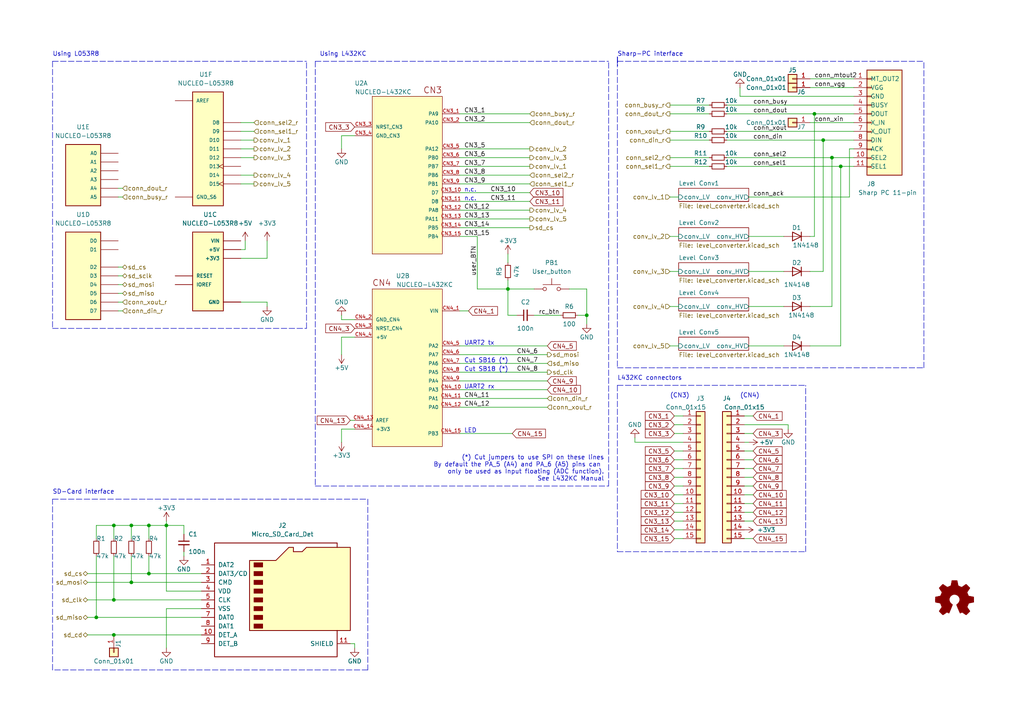
<source format=kicad_sch>
(kicad_sch (version 20211123) (generator eeschema)
  (paper "A4")
  (title_block (title "sharp_ce140f_emul") (date "2022-10-31") (rev "1") (comment 1 "https://github.com/ffxx68/Sharp_ce140f_emul") (comment 2 "Sharp CE-140F emulator with STM32 Nucleo"))
  (junction (at 241.3 45.72))
  (junction (at 238.76 40.64))
  (junction (at 147.32 83.82))
  (junction (at 48.26 152.4))
  (junction (at 33.02 184.15))
  (junction (at 38.1 168.91))
  (junction (at 243.84 48.26))
  (junction (at 43.18 166.37))
  (junction (at 38.1 152.4))
  (junction (at 236.22 33.02))
  (junction (at 27.94 179.07))
  (junction (at 33.02 152.4))
  (junction (at 170.18 91.44))
  (junction (at 33.02 173.99))
  (junction (at 43.18 152.4))
  (polyline (pts (xy 176.53 140.97) (xy 176.53 17.78)))
  (wire (pts (xy 236.22 33.02) (xy 247.65 33.02)))
  (wire (pts (xy 133.35 90.17) (xy 135.89 90.17)))
  (wire (pts (xy 133.35 115.57) (xy 158.75 115.57)))
  (wire (pts (xy 215.9 140.97) (xy 218.44 140.97)))
  (wire (pts (xy 195.58 125.73) (xy 198.12 125.73)))
  (wire (pts (xy 27.94 161.29) (xy 27.94 179.07)))
  (wire (pts (xy 34.29 54.61) (xy 35.56 54.61)))
  (wire (pts (xy 195.58 146.05) (xy 198.12 146.05)))
  (wire (pts (xy 195.58 133.35) (xy 198.12 133.35)))
  (wire (pts (xy 210.82 45.72) (xy 241.3 45.72)))
  (wire (pts (xy 215.9 138.43) (xy 218.44 138.43)))
  (polyline (pts (xy 91.44 17.78) (xy 91.44 140.97)))
  (wire (pts (xy 154.94 91.44) (xy 162.56 91.44)))
  (wire (pts (xy 48.26 151.13) (xy 48.26 152.4)))
  (wire (pts (xy 69.85 87.63) (xy 77.47 87.63)))
  (wire (pts (xy 77.47 87.63) (xy 77.47 88.9)))
  (wire (pts (xy 25.4 166.37) (xy 43.18 166.37)))
  (wire (pts (xy 210.82 33.02) (xy 236.22 33.02)))
  (wire (pts (xy 133.35 102.87) (xy 158.75 102.87)))
  (wire (pts (xy 234.95 88.9) (xy 241.3 88.9)))
  (wire (pts (xy 215.9 143.51) (xy 218.44 143.51)))
  (wire (pts (xy 43.18 161.29) (xy 43.18 166.37)))
  (wire (pts (xy 38.1 161.29) (xy 38.1 168.91)))
  (wire (pts (xy 133.35 60.96) (xy 153.67 60.96)))
  (polyline (pts (xy 179.07 17.78) (xy 179.07 106.68)))
  (wire (pts (xy 99.06 39.37) (xy 99.06 43.18)))
  (wire (pts (xy 195.58 148.59) (xy 198.12 148.59)))
  (wire (pts (xy 246.38 57.15) (xy 246.38 43.18)))
  (wire (pts (xy 243.84 48.26) (xy 247.65 48.26)))
  (wire (pts (xy 133.35 48.26) (xy 153.67 48.26)))
  (wire (pts (xy 153.67 45.72) (xy 133.35 45.72)))
  (wire (pts (xy 43.18 152.4) (xy 48.26 152.4)))
  (polyline (pts (xy 15.24 17.78) (xy 15.24 95.25)))
  (polyline (pts (xy 179.07 16.51) (xy 179.07 19.05)))
  (polyline (pts (xy 179.07 111.76) (xy 179.07 160.02)))
  (wire (pts (xy 194.31 40.64) (xy 205.74 40.64)))
  (wire (pts (xy 69.85 72.39) (xy 71.12 72.39)))
  (polyline (pts (xy 233.68 160.02) (xy 233.68 111.76)))
  (wire (pts (xy 25.4 168.91) (xy 38.1 168.91)))
  (wire (pts (xy 147.32 73.66) (xy 147.32 76.2)))
  (wire (pts (xy 69.85 38.1) (xy 73.66 38.1)))
  (wire (pts (xy 34.29 82.55) (xy 35.56 82.55)))
  (wire (pts (xy 53.34 152.4) (xy 53.34 154.94)))
  (polyline (pts (xy 91.44 17.78) (xy 176.53 17.78)))
  (wire (pts (xy 147.32 81.28) (xy 147.32 83.82)))
  (wire (pts (xy 34.29 87.63) (xy 35.56 87.63)))
  (wire (pts (xy 215.9 148.59) (xy 218.44 148.59)))
  (wire (pts (xy 195.58 135.89) (xy 198.12 135.89)))
  (polyline (pts (xy 179.07 160.02) (xy 233.68 160.02)))
  (wire (pts (xy 34.29 90.17) (xy 35.56 90.17)))
  (wire (pts (xy 217.17 57.15) (xy 246.38 57.15)))
  (polyline (pts (xy 106.68 144.78) (xy 106.68 194.31)))
  (wire (pts (xy 99.06 97.79) (xy 102.87 97.79)))
  (wire (pts (xy 34.29 57.15) (xy 35.56 57.15)))
  (wire (pts (xy 184.15 127) (xy 184.15 128.27)))
  (wire (pts (xy 101.6 121.92) (xy 102.87 121.92)))
  (wire (pts (xy 215.9 146.05) (xy 218.44 146.05)))
  (wire (pts (xy 43.18 152.4) (xy 43.18 156.21)))
  (wire (pts (xy 165.1 83.82) (xy 170.18 83.82)))
  (wire (pts (xy 215.9 128.27) (xy 217.17 128.27)))
  (wire (pts (xy 210.82 30.48) (xy 247.65 30.48)))
  (wire (pts (xy 133.35 33.02) (xy 153.67 33.02)))
  (wire (pts (xy 234.95 100.33) (xy 243.84 100.33)))
  (wire (pts (xy 234.95 22.86) (xy 247.65 22.86)))
  (wire (pts (xy 38.1 152.4) (xy 38.1 156.21)))
  (wire (pts (xy 195.58 140.97) (xy 198.12 140.97)))
  (wire (pts (xy 147.32 83.82) (xy 147.32 91.44)))
  (wire (pts (xy 214.63 25.4) (xy 214.63 27.94)))
  (wire (pts (xy 195.58 120.65) (xy 198.12 120.65)))
  (wire (pts (xy 69.85 53.34) (xy 73.66 53.34)))
  (wire (pts (xy 102.87 124.46) (xy 99.06 124.46)))
  (wire (pts (xy 33.02 152.4) (xy 33.02 156.21)))
  (wire (pts (xy 69.85 45.72) (xy 73.66 45.72)))
  (wire (pts (xy 69.85 35.56) (xy 73.66 35.56)))
  (wire (pts (xy 133.35 118.11) (xy 158.75 118.11)))
  (wire (pts (xy 133.35 55.88) (xy 153.67 55.88)))
  (wire (pts (xy 147.32 91.44) (xy 149.86 91.44)))
  (wire (pts (xy 194.31 38.1) (xy 205.74 38.1)))
  (wire (pts (xy 33.02 152.4) (xy 38.1 152.4)))
  (wire (pts (xy 215.9 120.65) (xy 218.44 120.65)))
  (wire (pts (xy 195.58 151.13) (xy 198.12 151.13)))
  (wire (pts (xy 99.06 102.87) (xy 99.06 97.79)))
  (wire (pts (xy 25.4 184.15) (xy 33.02 184.15)))
  (wire (pts (xy 184.15 128.27) (xy 198.12 128.27)))
  (wire (pts (xy 77.47 74.93) (xy 69.85 74.93)))
  (polyline (pts (xy 267.97 106.68) (xy 267.97 17.78)))
  (wire (pts (xy 147.32 83.82) (xy 154.94 83.82)))
  (polyline (pts (xy 91.44 140.97) (xy 176.53 140.97)))
  (polyline (pts (xy 179.07 111.76) (xy 233.68 111.76)))
  (polyline (pts (xy 179.07 16.51) (xy 179.07 19.05)))
  (wire (pts (xy 214.63 27.94) (xy 247.65 27.94)))
  (wire (pts (xy 25.4 179.07) (xy 27.94 179.07)))
  (wire (pts (xy 34.29 77.47) (xy 35.56 77.47)))
  (wire (pts (xy 241.3 45.72) (xy 247.65 45.72)))
  (wire (pts (xy 102.87 187.96) (xy 102.87 186.69)))
  (wire (pts (xy 38.1 152.4) (xy 43.18 152.4)))
  (wire (pts (xy 133.35 63.5) (xy 153.67 63.5)))
  (wire (pts (xy 69.85 43.18) (xy 73.66 43.18)))
  (wire (pts (xy 215.9 123.19) (xy 228.6 123.19)))
  (wire (pts (xy 217.17 68.58) (xy 227.33 68.58)))
  (wire (pts (xy 102.87 39.37) (xy 99.06 39.37)))
  (wire (pts (xy 133.35 110.49) (xy 158.75 110.49)))
  (wire (pts (xy 238.76 40.64) (xy 247.65 40.64)))
  (wire (pts (xy 241.3 45.72) (xy 241.3 88.9)))
  (wire (pts (xy 215.9 125.73) (xy 218.44 125.73)))
  (wire (pts (xy 194.31 100.33) (xy 196.85 100.33)))
  (polyline (pts (xy 15.24 194.31) (xy 15.24 144.78)))
  (wire (pts (xy 27.94 152.4) (xy 27.94 156.21)))
  (wire (pts (xy 234.95 25.4) (xy 247.65 25.4)))
  (wire (pts (xy 34.29 85.09) (xy 35.56 85.09)))
  (wire (pts (xy 246.38 43.18) (xy 247.65 43.18)))
  (wire (pts (xy 43.18 166.37) (xy 58.42 166.37)))
  (wire (pts (xy 194.31 88.9) (xy 196.85 88.9)))
  (wire (pts (xy 133.35 53.34) (xy 153.67 53.34)))
  (wire (pts (xy 99.06 92.71) (xy 99.06 91.44)))
  (wire (pts (xy 133.35 68.58) (xy 138.43 68.58)))
  (wire (pts (xy 236.22 33.02) (xy 236.22 68.58)))
  (wire (pts (xy 195.58 138.43) (xy 198.12 138.43)))
  (wire (pts (xy 210.82 40.64) (xy 238.76 40.64)))
  (wire (pts (xy 133.35 66.04) (xy 153.67 66.04)))
  (wire (pts (xy 69.85 40.64) (xy 73.66 40.64)))
  (wire (pts (xy 238.76 40.64) (xy 238.76 78.74)))
  (wire (pts (xy 48.26 176.53) (xy 48.26 187.96)))
  (wire (pts (xy 194.31 45.72) (xy 205.74 45.72)))
  (wire (pts (xy 215.9 156.21) (xy 218.44 156.21)))
  (wire (pts (xy 133.35 50.8) (xy 153.67 50.8)))
  (wire (pts (xy 25.4 173.99) (xy 33.02 173.99)))
  (wire (pts (xy 33.02 173.99) (xy 58.42 173.99)))
  (wire (pts (xy 167.64 91.44) (xy 170.18 91.44)))
  (wire (pts (xy 194.31 30.48) (xy 205.74 30.48)))
  (wire (pts (xy 138.43 68.58) (xy 138.43 83.82)))
  (wire (pts (xy 34.29 80.01) (xy 35.56 80.01)))
  (wire (pts (xy 133.35 100.33) (xy 158.75 100.33)))
  (polyline (pts (xy 15.24 17.78) (xy 88.9 17.78)))
  (wire (pts (xy 48.26 176.53) (xy 58.42 176.53)))
  (polyline (pts (xy 88.9 95.25) (xy 88.9 17.78)))
  (wire (pts (xy 38.1 168.91) (xy 58.42 168.91)))
  (wire (pts (xy 195.58 123.19) (xy 198.12 123.19)))
  (wire (pts (xy 243.84 100.33) (xy 243.84 48.26)))
  (wire (pts (xy 234.95 78.74) (xy 238.76 78.74)))
  (wire (pts (xy 210.82 48.26) (xy 243.84 48.26)))
  (wire (pts (xy 77.47 69.85) (xy 77.47 74.93)))
  (wire (pts (xy 194.31 48.26) (xy 205.74 48.26)))
  (wire (pts (xy 195.58 130.81) (xy 198.12 130.81)))
  (wire (pts (xy 215.9 133.35) (xy 218.44 133.35)))
  (wire (pts (xy 228.6 123.19) (xy 228.6 124.46)))
  (wire (pts (xy 210.82 38.1) (xy 247.65 38.1)))
  (wire (pts (xy 27.94 179.07) (xy 58.42 179.07)))
  (wire (pts (xy 194.31 33.02) (xy 205.74 33.02)))
  (wire (pts (xy 133.35 58.42) (xy 153.67 58.42)))
  (polyline (pts (xy 179.07 16.51) (xy 179.07 19.05)))
  (wire (pts (xy 27.94 152.4) (xy 33.02 152.4)))
  (wire (pts (xy 102.87 92.71) (xy 99.06 92.71)))
  (polyline (pts (xy 106.68 194.31) (xy 15.24 194.31)))
  (polyline (pts (xy 15.24 95.25) (xy 88.9 95.25)))
  (wire (pts (xy 170.18 91.44) (xy 170.18 93.98)))
  (wire (pts (xy 195.58 143.51) (xy 198.12 143.51)))
  (wire (pts (xy 99.06 124.46) (xy 99.06 128.27)))
  (wire (pts (xy 194.31 68.58) (xy 196.85 68.58)))
  (polyline (pts (xy 179.07 106.68) (xy 267.97 106.68)))
  (wire (pts (xy 133.35 113.03) (xy 158.75 113.03)))
  (wire (pts (xy 217.17 100.33) (xy 227.33 100.33)))
  (wire (pts (xy 48.26 171.45) (xy 58.42 171.45)))
  (wire (pts (xy 48.26 152.4) (xy 48.26 171.45)))
  (wire (pts (xy 33.02 161.29) (xy 33.02 173.99)))
  (wire (pts (xy 133.35 107.95) (xy 158.75 107.95)))
  (polyline (pts (xy 15.24 144.78) (xy 106.68 144.78)))
  (wire (pts (xy 217.17 88.9) (xy 227.33 88.9)))
  (wire (pts (xy 69.85 50.8) (xy 73.66 50.8)))
  (wire (pts (xy 195.58 153.67) (xy 198.12 153.67)))
  (wire (pts (xy 133.35 125.73) (xy 148.59 125.73)))
  (wire (pts (xy 138.43 83.82) (xy 147.32 83.82)))
  (wire (pts (xy 102.87 186.69) (xy 101.6 186.69)))
  (wire (pts (xy 215.9 130.81) (xy 218.44 130.81)))
  (wire (pts (xy 48.26 152.4) (xy 53.34 152.4)))
  (wire (pts (xy 194.31 57.15) (xy 196.85 57.15)))
  (wire (pts (xy 217.17 78.74) (xy 227.33 78.74)))
  (polyline (pts (xy 179.07 17.78) (xy 267.97 17.78)))
  (wire (pts (xy 53.34 160.02) (xy 53.34 161.29)))
  (wire (pts (xy 194.31 78.74) (xy 196.85 78.74)))
  (wire (pts (xy 133.35 105.41) (xy 158.75 105.41)))
  (wire (pts (xy 170.18 83.82) (xy 170.18 91.44)))
  (wire (pts (xy 234.95 68.58) (xy 236.22 68.58)))
  (wire (pts (xy 215.9 135.89) (xy 218.44 135.89)))
  (wire (pts (xy 33.02 184.15) (xy 58.42 184.15)))
  (wire (pts (xy 133.35 43.18) (xy 153.67 43.18)))
  (wire (pts (xy 215.9 151.13) (xy 218.44 151.13)))
  (wire (pts (xy 195.58 156.21) (xy 198.12 156.21)))
  (wire (pts (xy 71.12 69.85) (xy 71.12 72.39)))
  (wire (pts (xy 234.95 35.56) (xy 247.65 35.56)))
  (wire (pts (xy 133.35 35.56) (xy 153.67 35.56)))
  (text "L432KC connectors" (at 179.07 110.49 0) (effects (font (size 1.27 1.27)) (justify left bottom)))
  (text "UART2 rx" (at 134.62 113.03 0) (effects (font (size 1.27 1.27)) (justify left bottom)))
  (text "n.c." (at 134.62 55.88 0) (effects (font (size 1.27 1.27)) (justify left bottom)))
  (text "Sharp-PC interface" (at 179.07 16.51 0) (effects (font (size 1.27 1.27)) (justify left bottom)))
  (text "Using L053R8" (at 15.24 16.51 0) (effects (font (size 1.27 1.27)) (justify left bottom)))
  (text "Cut SB16 (*)" (at 134.62 105.41 0) (effects (font (size 1.27 1.27)) (justify left bottom)))
  (text "(CN4)" (at 214.63 115.57 0) (effects (font (size 1.27 1.27)) (justify left bottom)))
  (text "Using L432KC" (at 92.71 16.51 0) (effects (font (size 1.27 1.27)) (justify left bottom)))
  (text "LED" (at 134.62 125.73 0) (effects (font (size 1.27 1.27)) (justify left bottom)))
  (text "(CN3)" (at 194.31 115.57 0) (effects (font (size 1.27 1.27)) (justify left bottom)))
  (text "UART2 tx" (at 134.62 100.33 0) (effects (font (size 1.27 1.27)) (justify left bottom)))
  (text "(*) Cut jumpers to use SPI on these lines\n    By default the PA_5 (A4) and PA_6 (A5) pins can \n    only be used as Input floating (ADC function).\n    See L432KC Manual" (at 175.26 139.7 0) (effects (font (size 1.27 1.27)) (justify right bottom)))
  (text "SD-Card interface" (at 15.24 143.51 0) (effects (font (size 1.27 1.27)) (justify left bottom)))
  (text "n.c." (at 134.62 58.42 0) (effects (font (size 1.27 1.27)) (justify left bottom)))
  (text "Cut SB18 (*)" (at 134.62 107.95 0) (effects (font (size 1.27 1.27)) (justify left bottom)))
  (label "CN4_7" (at 149.86 105.41 0))
  (label "conn_sel1" (at 218.44 48.26 0))
  (label "CN3_9" (at 134.62 53.34 0))
  (label "CN3_1" (at 134.62 33.02 0))
  (label "CN4_6" (at 149.86 102.87 0))
  (label "CN3_6" (at 134.62 45.72 0))
  (label "CN3_14" (at 134.62 66.04 0))
  (label "CN3_11" (at 142.24 58.42 0))
  (label "CN3_13" (at 134.62 63.5 0))
  (label "conn_dout" (at 218.44 33.02 0))
  (label "conn_ack" (at 218.44 57.15 0))
  (label "conn_busy" (at 218.44 30.48 0))
  (label "CN3_12" (at 134.62 60.96 0))
  (label "CN4_11" (at 134.62 115.57 0))
  (label "CN3_7" (at 134.62 48.26 0))
  (label "CN3_5" (at 134.62 43.18 0))
  (label "rc_btn" (at 156.21 91.44 0))
  (label "conn_xout" (at 218.44 38.1 0))
  (label "CN3_2" (at 134.62 35.56 0))
  (label "CN4_12" (at 134.62 118.11 0))
  (label "conn_xin" (at 236.22 35.56 0))
  (label "conn_mtout2" (at 236.22 22.86 0))
  (label "CN3_10" (at 142.24 55.88 0))
  (label "CN3_15" (at 134.62 68.58 0))
  (label "conn_vgg" (at 236.22 25.4 0))
  (label "user_BTN" (at 138.43 80.01 90))
  (label "conn_sel2" (at 218.44 45.72 0))
  (label "conn_din" (at 218.44 40.64 0))
  (label "CN3_8" (at 134.62 50.8 0))
  (label "CN4_8" (at 149.86 107.95 0))
  (global_label "CN3_6" (shape input) (at 195.58 133.35 180) (property "Intersheet References" "${INTERSHEET_REFS}" (effects hide)))
  (global_label "CN3_11" (shape input) (at 153.67 58.42 0) (property "Intersheet References" "${INTERSHEET_REFS}" (effects hide)))
  (global_label "CN4_3" (shape input) (at 102.87 95.25 180) (property "Intersheet References" "${INTERSHEET_REFS}" (effects hide)))
  (global_label "CN4_7" (shape input) (at 218.44 135.89 0) (property "Intersheet References" "${INTERSHEET_REFS}" (effects hide)))
  (global_label "CN4_3" (shape input) (at 218.44 125.73 0) (property "Intersheet References" "${INTERSHEET_REFS}" (effects hide)))
  (global_label "CN3_3" (shape input) (at 195.58 125.73 180) (property "Intersheet References" "${INTERSHEET_REFS}" (effects hide)))
  (global_label "CN4_1" (shape input) (at 135.89 90.17 0) (property "Intersheet References" "${INTERSHEET_REFS}" (effects hide)))
  (global_label "CN3_8" (shape input) (at 195.58 138.43 180) (property "Intersheet References" "${INTERSHEET_REFS}" (effects hide)))
  (global_label "CN4_6" (shape input) (at 218.44 133.35 0) (property "Intersheet References" "${INTERSHEET_REFS}" (effects hide)))
  (global_label "CN4_1" (shape input) (at 218.44 120.65 0) (property "Intersheet References" "${INTERSHEET_REFS}" (effects hide)))
  (global_label "CN4_5" (shape input) (at 158.75 100.33 0) (property "Intersheet References" "${INTERSHEET_REFS}" (effects hide)))
  (global_label "CN3_10" (shape input) (at 195.58 143.51 180) (property "Intersheet References" "${INTERSHEET_REFS}" (effects hide)))
  (global_label "CN4_10" (shape input) (at 158.75 113.03 0) (property "Intersheet References" "${INTERSHEET_REFS}" (effects hide)))
  (global_label "CN3_15" (shape input) (at 195.58 156.21 180) (property "Intersheet References" "${INTERSHEET_REFS}" (effects hide)))
  (global_label "CN3_12" (shape input) (at 195.58 148.59 180) (property "Intersheet References" "${INTERSHEET_REFS}" (effects hide)))
  (global_label "CN3_11" (shape input) (at 195.58 146.05 180) (property "Intersheet References" "${INTERSHEET_REFS}" (effects hide)))
  (global_label "CN4_15" (shape input) (at 148.59 125.73 0) (property "Intersheet References" "${INTERSHEET_REFS}" (effects hide)))
  (global_label "CN4_11" (shape input) (at 218.44 146.05 0) (property "Intersheet References" "${INTERSHEET_REFS}" (effects hide)))
  (global_label "CN4_13" (shape input) (at 101.6 121.92 180) (property "Intersheet References" "${INTERSHEET_REFS}" (effects hide)))
  (global_label "CN4_5" (shape input) (at 218.44 130.81 0) (property "Intersheet References" "${INTERSHEET_REFS}" (effects hide)))
  (global_label "CN3_7" (shape input) (at 195.58 135.89 180) (property "Intersheet References" "${INTERSHEET_REFS}" (effects hide)))
  (global_label "CN3_14" (shape input) (at 195.58 153.67 180) (property "Intersheet References" "${INTERSHEET_REFS}" (effects hide)))
  (global_label "CN4_10" (shape input) (at 218.44 143.51 0) (property "Intersheet References" "${INTERSHEET_REFS}" (effects hide)))
  (global_label "CN3_10" (shape input) (at 153.67 55.88 0) (property "Intersheet References" "${INTERSHEET_REFS}" (effects hide)))
  (global_label "CN4_8" (shape input) (at 218.44 138.43 0) (property "Intersheet References" "${INTERSHEET_REFS}" (effects hide)))
  (global_label "CN3_9" (shape input) (at 195.58 140.97 180) (property "Intersheet References" "${INTERSHEET_REFS}" (effects hide)))
  (global_label "CN3_2" (shape input) (at 195.58 123.19 180) (property "Intersheet References" "${INTERSHEET_REFS}" (effects hide)))
  (global_label "CN3_5" (shape input) (at 195.58 130.81 180) (property "Intersheet References" "${INTERSHEET_REFS}" (effects hide)))
  (global_label "CN3_3" (shape input) (at 102.87 36.83 180) (property "Intersheet References" "${INTERSHEET_REFS}" (effects hide)))
  (global_label "CN4_9" (shape input) (at 218.44 140.97 0) (property "Intersheet References" "${INTERSHEET_REFS}" (effects hide)))
  (global_label "CN3_1" (shape input) (at 195.58 120.65 180) (property "Intersheet References" "${INTERSHEET_REFS}" (effects hide)))
  (global_label "CN4_15" (shape input) (at 218.44 156.21 0) (property "Intersheet References" "${INTERSHEET_REFS}" (effects hide)))
  (global_label "CN4_9" (shape input) (at 158.75 110.49 0) (property "Intersheet References" "${INTERSHEET_REFS}" (effects hide)))
  (global_label "CN4_13" (shape input) (at 218.44 151.13 0) (property "Intersheet References" "${INTERSHEET_REFS}" (effects hide)))
  (global_label "CN3_13" (shape input) (at 195.58 151.13 180) (property "Intersheet References" "${INTERSHEET_REFS}" (effects hide)))
  (global_label "CN4_12" (shape input) (at 218.44 148.59 0) (property "Intersheet References" "${INTERSHEET_REFS}" (effects hide)))
  (hierarchical_label "conv_lv_1" (shape input) (at 194.31 57.15 180))
  (hierarchical_label "sd_clk" (shape bidirectional) (at 25.4 173.99 180))
  (hierarchical_label "conn_xout_r" (shape input) (at 158.75 118.11 0))
  (hierarchical_label "sd_miso" (shape bidirectional) (at 35.56 85.09 0))
  (hierarchical_label "conn_dout_r" (shape output) (at 194.31 33.02 180))
  (hierarchical_label "conn_sel1_r" (shape input) (at 153.67 53.34 0))
  (hierarchical_label "conn_din_r" (shape output) (at 194.31 40.64 180))
  (hierarchical_label "sd_clk" (shape output) (at 158.75 107.95 0))
  (hierarchical_label "conn_sel1_r" (shape output) (at 194.31 48.26 180))
  (hierarchical_label "conv_lv_2" (shape output) (at 153.67 43.18 0))
  (hierarchical_label "conn_busy_r" (shape input) (at 35.56 57.15 0))
  (hierarchical_label "sd_sclk" (shape bidirectional) (at 35.56 80.01 0))
  (hierarchical_label "sd_mosi" (shape output) (at 158.75 102.87 0))
  (hierarchical_label "conv_lv_3" (shape output) (at 153.67 45.72 0))
  (hierarchical_label "sd_mosi" (shape bidirectional) (at 25.4 168.91 180))
  (hierarchical_label "sd_cs" (shape bidirectional) (at 35.56 77.47 0))
  (hierarchical_label "conv_lv_1" (shape output) (at 73.66 40.64 0))
  (hierarchical_label "conn_dout_r" (shape input) (at 35.56 54.61 0))
  (hierarchical_label "conn_sel1_r" (shape input) (at 73.66 38.1 0))
  (hierarchical_label "conn_xout_r" (shape input) (at 35.56 87.63 0))
  (hierarchical_label "conv_lv_5" (shape output) (at 73.66 53.34 0))
  (hierarchical_label "sd_cd" (shape bidirectional) (at 25.4 184.15 180))
  (hierarchical_label "conn_din_r" (shape input) (at 158.75 115.57 0))
  (hierarchical_label "conn_dout_r" (shape input) (at 153.67 35.56 0))
  (hierarchical_label "sd_miso" (shape input) (at 158.75 105.41 0))
  (hierarchical_label "conv_lv_2" (shape output) (at 73.66 43.18 0))
  (hierarchical_label "conv_lv_4" (shape input) (at 194.31 88.9 180))
  (hierarchical_label "conv_lv_3" (shape output) (at 73.66 45.72 0))
  (hierarchical_label "conv_lv_2" (shape input) (at 194.31 68.58 180))
  (hierarchical_label "conv_lv_1" (shape output) (at 153.67 48.26 0))
  (hierarchical_label "conn_busy_r" (shape output) (at 194.31 30.48 180))
  (hierarchical_label "conn_sel2_r" (shape input) (at 153.67 50.8 0))
  (hierarchical_label "conv_lv_4" (shape output) (at 73.66 50.8 0))
  (hierarchical_label "conn_sel2_r" (shape input) (at 73.66 35.56 0))
  (hierarchical_label "conv_lv_4" (shape output) (at 153.67 60.96 0))
  (hierarchical_label "conv_lv_5" (shape input) (at 194.31 100.33 180))
  (hierarchical_label "conv_lv_5" (shape output) (at 153.67 63.5 0))
  (hierarchical_label "sd_mosi" (shape bidirectional) (at 35.56 82.55 0))
  (hierarchical_label "sd_cs" (shape output) (at 153.67 66.04 0))
  (hierarchical_label "conn_sel2_r" (shape output) (at 194.31 45.72 180))
  (hierarchical_label "conn_din_r" (shape input) (at 35.56 90.17 0))
  (hierarchical_label "conv_lv_3" (shape input) (at 194.31 78.74 180))
  (hierarchical_label "conn_xout_r" (shape output) (at 194.31 38.1 180))
  (hierarchical_label "sd_miso" (shape bidirectional) (at 25.4 179.07 180))
  (hierarchical_label "sd_cs" (shape bidirectional) (at 25.4 166.37 180))
  (hierarchical_label "conn_busy_r" (shape input) (at 153.67 33.02 0))
  (symbol (lib_id "Connector_Generic:Conn_01x15") (at 210.82 138.43 0) (mirror y) (unit 1)
    (property "Reference" "J4" (at 210.82 115.57 0))
    (property "Value" "Conn_01x15" (at 215.9 118.11 0))
    (property "Footprint" "Connector_PinHeader_2.54mm:PinHeader_1x15_P2.54mm_Vertical" (effects hide))
  )
  (symbol (lib_id "Device:D") (at 231.14 78.74 180) (unit 1)
    (property "Reference" "D2" (at 232.41 76.2 0) (effects (justify left)))
    (property "Value" "1N4148" (at 234.95 82.55 0) (effects (justify left)))
    (property "Footprint" "Diode_SMD:D_SOD-323_HandSoldering" (effects hide))
  )
  (symbol (lib_id "Device:R_Small") (at 165.1 91.44 270) (unit 1)
    (property "Reference" "R6" (at 165.1 88.9 90))
    (property "Value" "100" (at 165.1 93.98 90))
    (property "Footprint" "Resistor_SMD:R_0603_1608Metric_Pad0.98x0.95mm_HandSolder" (effects hide))
  )
  (symbol (lib_id "Device:R_Small") (at 43.18 158.75 0) (unit 1)
    (property "Reference" "R4" (at 43.18 156.21 0) (effects (justify left)))
    (property "Value" "47k" (at 43.18 161.29 0) (effects (justify left)))
    (property "Footprint" "Resistor_SMD:R_0603_1608Metric_Pad0.98x0.95mm_HandSolder" (effects hide))
  )
  (symbol (lib_id "Device:R_Small") (at 33.02 158.75 0) (unit 1)
    (property "Reference" "R2" (at 33.02 156.21 0) (effects (justify left)))
    (property "Value" "47k" (at 33.02 161.29 0) (effects (justify left)))
    (property "Footprint" "Resistor_SMD:R_0603_1608Metric_Pad0.98x0.95mm_HandSolder" (effects hide))
  )
  (symbol (lib_id "Connector_Generic:Conn_01x01") (at 33.02 189.23 90) (mirror x) (unit 1)
    (property "Reference" "J1" (at 34.29 186.69 0))
    (property "Value" "Conn_01x01" (at 33.02 191.77 90))
    (property "Footprint" "Connector_Pin:Pin_D0.7mm_L6.5mm_W1.8mm_FlatFork" (effects hide))
  )
  (symbol (lib_id "power:+3.3V") (at 147.32 73.66 0) (mirror y) (unit 1)
    (property "Reference" "#PWR012" (effects hide))
    (property "Value" "+3.3V" (at 147.32 69.85 0))
  )
  (symbol (lib_id "power:GND") (at 214.63 25.4 0) (mirror x) (unit 1)
    (property "Reference" "#PWR015" (effects hide))
    (property "Value" "GND" (at 214.63 21.59 0))
  )
  (symbol (lib_name "NUCLEO-F401RE_2") (lib_id "sharp-ce140f-emul:NUCLEO-F401RE") (at 66.04 41.91 0) (mirror y) (unit 6)
    (property "Reference" "U1" (at 59.69 21.59 0))
    (property "Value" "NUCLEO-L053R8" (at 59.69 24.13 0))
    (property "Footprint" "NUCLEO-F401RE:ST_NUCLEO-F401RE" (effects hide))
    (property "MAXIMUM_PACKAGE_HEIGHT" "N/A" (effects hide))
    (property "MANUFACTURER" "STMicroelectronics" (effects hide))
    (property "STANDARD" "Manufacturer Recommendations" (effects hide))
    (property "PARTREV" "13" (effects hide))
  )
  (symbol (lib_id "Connector_Generic:Conn_01x01") (at 229.87 22.86 0) (mirror y) (unit 1)
    (property "Reference" "J5" (at 229.87 20.32 0))
    (property "Value" "Conn_01x01" (at 222.25 22.86 0))
    (property "Footprint" "Connector_Pin:Pin_D0.7mm_L6.5mm_W1.8mm_FlatFork" (effects hide))
  )
  (symbol (lib_id "Device:R_Small") (at 147.32 78.74 180) (unit 1)
    (property "Reference" "R5" (at 144.78 78.74 90))
    (property "Value" "47k" (at 149.86 78.74 90))
    (property "Footprint" "Resistor_SMD:R_0603_1608Metric_Pad0.98x0.95mm_HandSolder" (effects hide))
  )
  (symbol (lib_id "Connector_Generic:Conn_01x01") (at 229.87 35.56 0) (mirror y) (unit 1)
    (property "Reference" "J7" (at 232.41 36.83 0))
    (property "Value" "Conn_01x01" (at 222.25 35.56 0))
    (property "Footprint" "Connector_Pin:Pin_D0.7mm_L6.5mm_W1.8mm_FlatFork" (effects hide))
  )
  (symbol (lib_id "power:GND") (at 184.15 127 180) (unit 1)
    (property "Reference" "#PWR014" (effects hide))
    (property "Value" "GND" (at 184.15 123.19 0))
  )
  (symbol (lib_id "Device:R_Small") (at 208.28 48.26 270) (unit 1)
    (property "Reference" "R12" (at 203.2 46.99 90))
    (property "Value" "10k" (at 212.09 46.99 90))
    (property "Footprint" "Resistor_SMD:R_0603_1608Metric_Pad0.98x0.95mm_HandSolder" (effects hide))
  )
  (symbol (lib_id "Device:C_Small") (at 53.34 157.48 0) (unit 1)
    (property "Reference" "C1" (at 54.61 154.94 0) (effects (justify left)))
    (property "Value" "100n" (at 54.61 160.02 0) (effects (justify left)))
    (property "Footprint" "Capacitor_SMD:C_0603_1608Metric_Pad1.08x0.95mm_HandSolder" (effects hide))
  )
  (symbol (lib_id "power:GND") (at 170.18 93.98 0) (mirror y) (unit 1)
    (property "Reference" "#PWR013" (effects hide))
    (property "Value" "GND" (at 170.18 97.79 0))
  )
  (symbol (lib_id "Device:D") (at 231.14 100.33 180) (unit 1)
    (property "Reference" "D4" (at 232.41 97.79 0) (effects (justify left)))
    (property "Value" "1N4148" (at 234.95 102.87 0) (effects (justify left)))
    (property "Footprint" "Diode_SMD:D_SOD-323_HandSoldering" (effects hide))
  )
  (symbol (lib_id "power:GND") (at 53.34 161.29 0) (unit 1)
    (property "Reference" "#PWR03" (effects hide))
    (property "Value" "GND" (at 53.34 165.1 0))
  )
  (symbol (lib_id "Connector_Generic:Conn_01x01") (at 229.87 25.4 0) (mirror y) (unit 1)
    (property "Reference" "J6" (at 232.41 26.67 0))
    (property "Value" "Conn_01x01" (at 222.25 25.4 0))
    (property "Footprint" "Connector_Pin:Pin_D0.7mm_L6.5mm_W1.8mm_FlatFork" (effects hide))
  )
  (symbol (lib_id "power:GND") (at 102.87 187.96 0) (unit 1)
    (property "Reference" "#PWR011" (effects hide))
    (property "Value" "GND" (at 102.87 191.77 0))
  )
  (symbol (lib_name "Conn_01x06_1") (lib_id "Connector_Generic:Conn_01x06") (at 252.73 27.94 0) (unit 1)
    (property "Reference" "J8" (at 251.46 53.34 0) (effects (justify left)))
    (property "Value" "Sharp PC 11-pin" (at 248.92 55.88 0) (effects (justify left)))
    (property "Footprint" "Connector_PinHeader_2.54mm:PinHeader_1x11_P2.54mm_Horizontal" (effects hide))
  )
  (symbol (lib_id "Device:R_Small") (at 27.94 158.75 0) (unit 1)
    (property "Reference" "R1" (at 27.94 156.21 0) (effects (justify left)))
    (property "Value" "47k" (at 27.94 161.29 0) (effects (justify left)))
    (property "Footprint" "Resistor_SMD:R_0603_1608Metric_Pad0.98x0.95mm_HandSolder" (effects hide))
  )
  (symbol (lib_name "NUCLEO-F401RE_1") (lib_id "sharp-ce140f-emul:NUCLEO-F401RE") (at 54.61 77.47 0) (unit 3)
    (property "Reference" "U1" (at 60.96 62.23 0))
    (property "Value" "NUCLEO-L053R8" (at 60.96 64.77 0))
    (property "Footprint" "NUCLEO-F401RE:ST_NUCLEO-F401RE" (effects hide))
    (property "MAXIMUM_PACKAGE_HEIGHT" "N/A" (effects hide))
    (property "MANUFACTURER" "STMicroelectronics" (effects hide))
    (property "STANDARD" "Manufacturer Recommendations" (effects hide))
    (property "PARTREV" "13" (effects hide))
  )
  (symbol (lib_id "Device:R_Small") (at 208.28 30.48 270) (unit 1)
    (property "Reference" "R7" (at 203.2 29.21 90))
    (property "Value" "10k" (at 212.09 29.21 90))
    (property "Footprint" "Resistor_SMD:R_0603_1608Metric_Pad0.98x0.95mm_HandSolder" (effects hide))
  )
  (symbol (lib_id "power:GND") (at 99.06 91.44 180) (unit 1)
    (property "Reference" "#PWR08" (effects hide))
    (property "Value" "GND" (at 99.06 87.63 0))
  )
  (symbol (lib_id "Device:R_Small") (at 38.1 158.75 0) (unit 1)
    (property "Reference" "R3" (at 38.1 156.21 0) (effects (justify left)))
    (property "Value" "47k" (at 38.1 161.29 0) (effects (justify left)))
    (property "Footprint" "Resistor_SMD:R_0603_1608Metric_Pad0.98x0.95mm_HandSolder" (effects hide))
  )
  (symbol (lib_id "power:+3.3V") (at 48.26 151.13 0) (unit 1)
    (property "Reference" "#PWR02" (effects hide))
    (property "Value" "+3.3V" (at 48.26 147.32 0))
  )
  (symbol (lib_id "power:GND") (at 228.6 124.46 0) (mirror y) (unit 1)
    (property "Reference" "#PWR018" (effects hide))
    (property "Value" "GND" (at 228.6 128.27 0))
  )
  (symbol (lib_id "Device:C_Small") (at 152.4 91.44 90) (unit 1)
    (property "Reference" "C2" (at 152.4 87.63 90))
    (property "Value" "100n" (at 152.4 95.25 90))
    (property "Footprint" "Capacitor_SMD:C_0603_1608Metric_Pad1.08x0.95mm_HandSolder" (effects hide))
  )
  (symbol (lib_id "power:GND") (at 48.26 187.96 0) (unit 1)
    (property "Reference" "#PWR01" (effects hide))
    (property "Value" "GND" (at 48.26 191.77 0))
  )
  (symbol (lib_id "power:+3.3V") (at 99.06 128.27 0) (mirror x) (unit 1)
    (property "Reference" "#PWR010" (effects hide))
    (property "Value" "+3.3V" (at 99.06 132.08 0))
  )
  (symbol (lib_id "power:GND") (at 99.06 43.18 0) (mirror y) (unit 1)
    (property "Reference" "#PWR07" (effects hide))
    (property "Value" "GND" (at 99.06 46.99 0))
  )
  (symbol (lib_id "sharp-ce140f-emul:NUCLEO-F401RE") (at 24.13 80.01 0) (mirror y) (unit 4)
    (property "Reference" "U1" (at 24.13 62.23 0))
    (property "Value" "NUCLEO-L053R8" (at 24.13 64.77 0))
    (property "Footprint" "NUCLEO-F401RE:ST_NUCLEO-F401RE" (effects hide))
    (property "MAXIMUM_PACKAGE_HEIGHT" "N/A" (effects hide))
    (property "MANUFACTURER" "STMicroelectronics" (effects hide))
    (property "STANDARD" "Manufacturer Recommendations" (effects hide))
    (property "PARTREV" "13" (effects hide))
  )
  (symbol (lib_id "power:+3.3V") (at 77.47 69.85 0) (unit 1)
    (property "Reference" "#PWR05" (effects hide))
    (property "Value" "+3.3V" (at 77.47 64.77 0))
  )
  (symbol (lib_id "power:+3.3V") (at 215.9 153.67 270) (unit 1)
    (property "Reference" "#PWR016" (effects hide))
    (property "Value" "+3.3V" (at 222.25 153.67 90))
  )
  (symbol (lib_id "Graphic:Logo_Open_Hardware_Small") (at 276.86 173.99 0) (unit 1)
    (property "Reference" "#LOGO1" (effects hide))
    (property "Value" "Logo_Open_Hardware_Small" (effects hide))
    (property "Footprint" "MyLibrary:OSHW-Logo_5.7x6mm_SilkScreen" (effects hide))
  )
  (symbol (lib_id "Device:R_Small") (at 208.28 40.64 270) (unit 1)
    (property "Reference" "R10" (at 203.2 39.37 90))
    (property "Value" "10k" (at 212.09 39.37 90))
    (property "Footprint" "Resistor_SMD:R_0603_1608Metric_Pad0.98x0.95mm_HandSolder" (effects hide))
  )
  (symbol (lib_id "Device:R_Small") (at 208.28 45.72 270) (unit 1)
    (property "Reference" "R11" (at 203.2 44.45 90))
    (property "Value" "10k" (at 212.09 44.45 90))
    (property "Footprint" "Resistor_SMD:R_0603_1608Metric_Pad0.98x0.95mm_HandSolder" (effects hide))
  )
  (symbol (lib_id "Device:D") (at 231.14 88.9 180) (unit 1)
    (property "Reference" "D3" (at 232.41 86.36 0) (effects (justify left)))
    (property "Value" "1N4148" (at 236.22 91.44 0) (effects (justify left)))
    (property "Footprint" "Diode_SMD:D_SOD-323_HandSoldering" (effects hide))
  )
  (symbol (lib_id "sharp-ce140f-emul:NUCLEO-L432KC") (at 118.11 45.72 0) (mirror y) (unit 1)
    (property "Reference" "U2" (at 106.68 24.13 0) (effects (justify left)))
    (property "Value" "NUCLEO-L432KC" (at 119.38 26.67 0) (effects (justify left)))
    (property "Footprint" "MODULE_NUCLEO-L432KC" (effects hide))
    (property "STANDARD" "Manufacturer Recommendations" (effects hide))
    (property "PARTREV" "N/A" (effects hide))
    (property "MANUFACTURER" "ST Microelectronics" (effects hide))
    (property "MAXIMUM_PACKAGE_HEIGHT" "N/A" (effects hide))
  )
  (symbol (lib_id "Switch:SW_Push") (at 160.02 83.82 0) (unit 1)
    (property "Reference" "PB1" (at 160.02 76.2 0))
    (property "Value" "User_button" (at 160.02 78.74 0))
    (property "Footprint" "Button_Switch_SMD:SW_Push_1P1T_NO_6x6mm_H9.5mm" (effects hide))
    (property "Datasheet" "https://www.mouser.com/datasheet/2/670/ts04-2586192.pdf" (effects hide))
  )
  (symbol (lib_name "NUCLEO-L432KC_1") (lib_id "sharp-ce140f-emul:NUCLEO-L432KC") (at 118.11 101.6 0) (unit 2)
    (property "Reference" "U2" (at 116.84 80.01 0))
    (property "Value" "NUCLEO-L432KC" (at 123.19 82.55 0))
    (property "Footprint" "MODULE_NUCLEO-L432KC" (effects hide))
    (property "STANDARD" "Manufacturer Recommendations" (effects hide))
    (property "PARTREV" "N/A" (effects hide))
    (property "MANUFACTURER" "ST Microelectronics" (effects hide))
    (property "MAXIMUM_PACKAGE_HEIGHT" "N/A" (effects hide))
  )
  (symbol (lib_id "power:GND") (at 77.47 88.9 0) (unit 1)
    (property "Reference" "#PWR06" (effects hide))
    (property "Value" "GND" (at 77.47 92.71 0))
  )
  (symbol (lib_id "Device:R_Small") (at 208.28 38.1 270) (unit 1)
    (property "Reference" "R9" (at 203.2 36.83 90))
    (property "Value" "10k" (at 212.09 36.83 90))
    (property "Footprint" "Resistor_SMD:R_0603_1608Metric_Pad0.98x0.95mm_HandSolder" (effects hide))
  )
  (symbol (lib_id "Connector_Generic:Conn_01x15") (at 203.2 138.43 0) (unit 1)
    (property "Reference" "J3" (at 201.93 115.57 0) (effects (justify left)))
    (property "Value" "Conn_01x15" (at 193.04 118.11 0) (effects (justify left)))
    (property "Footprint" "Connector_PinHeader_2.54mm:PinHeader_1x15_P2.54mm_Vertical" (effects hide))
  )
  (symbol (lib_id "Connector:Micro_SD_Card_Det") (at 81.28 173.99 0) (unit 1)
    (property "Reference" "J2" (at 81.915 152.4 0))
    (property "Value" "Micro_SD_Card_Det" (at 81.915 154.94 0))
    (property "Footprint" "Connector_Card:microSD_HC_Molex_104031-0811" (effects hide))
    (property "Datasheet" "https://www.farnell.com/datasheets/2790326.pdf" (effects hide))
  )
  (symbol (lib_id "power:+5V") (at 71.12 69.85 0) (unit 1)
    (property "Reference" "#PWR04" (effects hide))
    (property "Value" "+5V" (at 71.12 64.77 0))
  )
  (symbol (lib_id "sharp-ce140f-emul:NUCLEO-F401RE") (at 24.13 49.53 0) (mirror y) (unit 5)
    (property "Reference" "U1" (at 24.13 36.83 0))
    (property "Value" "NUCLEO-L053R8" (at 24.13 39.37 0))
    (property "Footprint" "NUCLEO-F401RE:ST_NUCLEO-F401RE" (effects hide))
    (property "MAXIMUM_PACKAGE_HEIGHT" "N/A" (effects hide))
    (property "MANUFACTURER" "STMicroelectronics" (effects hide))
    (property "STANDARD" "Manufacturer Recommendations" (effects hide))
    (property "PARTREV" "13" (effects hide))
  )
  (symbol (lib_id "Device:R_Small") (at 208.28 33.02 270) (unit 1)
    (property "Reference" "R8" (at 203.2 31.75 90))
    (property "Value" "10k" (at 212.09 31.75 90))
    (property "Footprint" "Resistor_SMD:R_0603_1608Metric_Pad0.98x0.95mm_HandSolder" (effects hide))
  )
  (symbol (lib_id "power:+5V") (at 217.17 128.27 270) (mirror x) (unit 1)
    (property "Reference" "#PWR017" (effects hide))
    (property "Value" "+5V" (at 222.25 128.27 90))
  )
  (symbol (lib_id "Device:D") (at 231.14 68.58 180) (unit 1)
    (property "Reference" "D1" (at 232.41 66.04 0) (effects (justify left)))
    (property "Value" "1N4148" (at 237.49 71.12 0) (effects (justify left)))
    (property "Footprint" "Diode_SMD:D_SOD-323_HandSoldering" (effects hide))
  )
  (symbol (lib_id "power:+5V") (at 99.06 102.87 0) (mirror x) (unit 1)
    (property "Reference" "#PWR09" (effects hide))
    (property "Value" "+5V" (at 99.06 106.68 0))
  )
  (sheet (at 196.85 86.36) (size 20.32 3.81) (stroke (width 0.1524))
    (property "Sheet name" "Level Conv4" (at 196.85 85.6484 0) (effects (justify left bottom)))
    (property "Sheet file" "level_converter.kicad_sch" (at 196.85 90.7546 0) (effects (justify left top)))
    (pin "conv_LV" input (at 196.85 88.9 180))
    (pin "conv_HV" output (at 217.17 88.9 0))
  )
  (sheet (at 196.85 66.04) (size 20.32 3.81) (stroke (width 0.1524))
    (property "Sheet name" "Level Conv2" (at 196.85 65.3284 0) (effects (justify left bottom)))
    (property "Sheet file" "level_converter.kicad_sch" (at 196.85 70.4346 0) (effects (justify left top)))
    (pin "conv_LV" input (at 196.85 68.58 180))
    (pin "conv_HV" output (at 217.17 68.58 0))
  )
  (sheet (at 196.85 76.2) (size 20.32 3.81) (stroke (width 0.1524))
    (property "Sheet name" "Level Conv3" (at 196.85 75.4884 0) (effects (justify left bottom)))
    (property "Sheet file" "level_converter.kicad_sch" (at 196.85 80.5946 0) (effects (justify left top)))
    (pin "conv_LV" input (at 196.85 78.74 180))
    (pin "conv_HV" output (at 217.17 78.74 0))
  )
  (sheet (at 196.85 54.61) (size 20.32 3.81) (stroke (width 0.1524))
    (property "Sheet name" "Level Conv1" (at 196.85 53.8984 0) (effects (justify left bottom)))
    (property "Sheet file" "level_converter.kicad_sch" (at 196.85 59.0046 0) (effects (justify left top)))
    (pin "conv_LV" input (at 196.85 57.15 180))
    (pin "conv_HV" output (at 217.17 57.15 0))
  )
  (sheet (at 196.85 97.79) (size 20.32 3.81) (stroke (width 0.1524))
    (property "Sheet name" "Level Conv5" (at 196.85 97.0784 0) (effects (justify left bottom)))
    (property "Sheet file" "level_converter.kicad_sch" (at 196.85 102.1846 0) (effects (justify left top)))
    (pin "conv_LV" input (at 196.85 100.33 180))
    (pin "conv_HV" output (at 217.17 100.33 0))
  )
)
</source>
